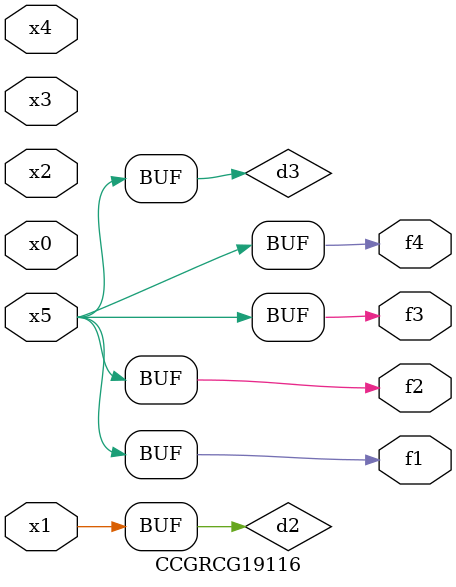
<source format=v>
module CCGRCG19116(
	input x0, x1, x2, x3, x4, x5,
	output f1, f2, f3, f4
);

	wire d1, d2, d3;

	not (d1, x5);
	or (d2, x1);
	xnor (d3, d1);
	assign f1 = d3;
	assign f2 = d3;
	assign f3 = d3;
	assign f4 = d3;
endmodule

</source>
